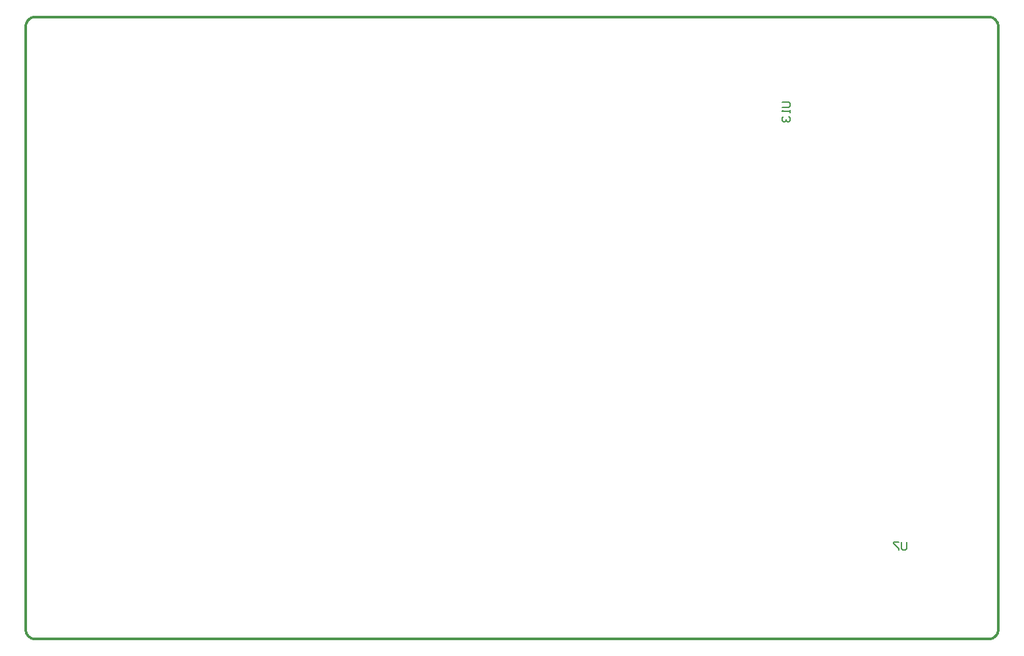
<source format=gm1>
G04*
G04 #@! TF.GenerationSoftware,Altium Limited,Altium Designer,23.11.1 (41)*
G04*
G04 Layer_Color=16711935*
%FSLAX44Y44*%
%MOMM*%
G71*
G04*
G04 #@! TF.SameCoordinates,80CC7D54-6002-4424-B4FD-6ED2CB822836*
G04*
G04*
G04 #@! TF.FilePolarity,Positive*
G04*
G01*
G75*
%ADD14C,0.3050*%
%ADD221C,0.1778*%
D14*
X432700Y1080000D02*
G03*
X420000Y1067300I0J-12700D01*
G01*
X1670000D02*
G03*
X1657300Y1080000I-12700J0D01*
G01*
Y280000D02*
G03*
X1670000Y292700I0J12700D01*
G01*
X420000D02*
G03*
X432700Y280000I12700J0D01*
G01*
X420000Y660000D02*
Y1067300D01*
X432700Y1080000D02*
X1657300D01*
X1670000Y292700D02*
Y1067300D01*
X432700Y280000D02*
X1657300D01*
X420000Y292700D02*
Y660000D01*
D221*
X1391923Y970280D02*
X1400387D01*
X1402080Y968587D01*
Y965202D01*
X1400387Y963509D01*
X1391923D01*
X1402080Y960123D02*
Y956738D01*
Y958430D01*
X1391923D01*
X1393616Y960123D01*
Y951659D02*
X1391923Y949967D01*
Y946581D01*
X1393616Y944888D01*
X1395309D01*
X1397002Y946581D01*
Y948274D01*
Y946581D01*
X1398694Y944888D01*
X1400387D01*
X1402080Y946581D01*
Y949967D01*
X1400387Y951659D01*
X1551940Y405127D02*
Y396663D01*
X1550247Y394970D01*
X1546862D01*
X1545169Y396663D01*
Y405127D01*
X1541783D02*
X1535012D01*
Y403434D01*
X1541783Y396663D01*
Y394970D01*
M02*

</source>
